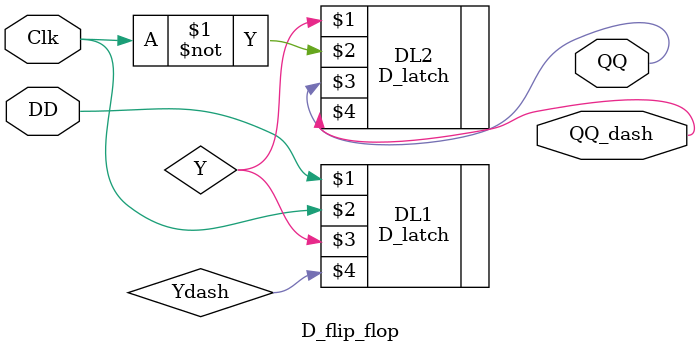
<source format=v>
`timescale 1ns / 1ps
module D_flip_flop(
    input DD,
    input Clk,
    output QQ,
	 output QQ_dash
    );
wire Y,Ydash;

D_latch DL1(DD,Clk,Y,Ydash);
D_latch DL2(Y,~Clk,QQ,QQ_dash);

endmodule

</source>
